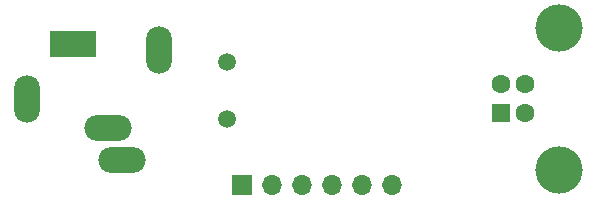
<source format=gbr>
%TF.GenerationSoftware,KiCad,Pcbnew,7.0.5*%
%TF.CreationDate,2024-02-11T15:40:35+01:00*%
%TF.ProjectId,exbike-usb-hw,65786269-6b65-42d7-9573-622d68772e6b,rev?*%
%TF.SameCoordinates,Original*%
%TF.FileFunction,Copper,L2,Bot*%
%TF.FilePolarity,Positive*%
%FSLAX46Y46*%
G04 Gerber Fmt 4.6, Leading zero omitted, Abs format (unit mm)*
G04 Created by KiCad (PCBNEW 7.0.5) date 2024-02-11 15:40:35*
%MOMM*%
%LPD*%
G01*
G04 APERTURE LIST*
%TA.AperFunction,ComponentPad*%
%ADD10R,1.700000X1.700000*%
%TD*%
%TA.AperFunction,ComponentPad*%
%ADD11O,1.700000X1.700000*%
%TD*%
%TA.AperFunction,ComponentPad*%
%ADD12O,4.000000X2.200000*%
%TD*%
%TA.AperFunction,ComponentPad*%
%ADD13O,2.200000X4.000000*%
%TD*%
%TA.AperFunction,ComponentPad*%
%ADD14R,4.000000X2.200000*%
%TD*%
%TA.AperFunction,ComponentPad*%
%ADD15C,1.500000*%
%TD*%
%TA.AperFunction,ComponentPad*%
%ADD16R,1.600000X1.600000*%
%TD*%
%TA.AperFunction,ComponentPad*%
%ADD17C,1.600000*%
%TD*%
%TA.AperFunction,ComponentPad*%
%ADD18C,4.000000*%
%TD*%
G04 APERTURE END LIST*
D10*
%TO.P,J1,1,Pin_1*%
%TO.N,MOSI*%
X20891500Y2794000D03*
D11*
%TO.P,J1,2,Pin_2*%
%TO.N,RST*%
X23431500Y2794000D03*
%TO.P,J1,3,Pin_3*%
%TO.N,+3V3*%
X25971500Y2794000D03*
%TO.P,J1,4,Pin_4*%
%TO.N,MISO*%
X28511500Y2794000D03*
%TO.P,J1,5,Pin_5*%
%TO.N,SCK*%
X31051500Y2794000D03*
%TO.P,J1,6,Pin_6*%
%TO.N,GND*%
X33591500Y2794000D03*
%TD*%
D12*
%TO.P,J3,R*%
%TO.N,SW_IN*%
X10725000Y4920000D03*
%TO.P,J3,RN*%
X9525000Y7620000D03*
D13*
%TO.P,J3,S*%
X2725000Y10120000D03*
D14*
%TO.P,J3,T*%
%TO.N,GND*%
X6625000Y14720000D03*
D13*
%TO.P,J3,TN*%
X13925000Y14220000D03*
%TD*%
D15*
%TO.P,Y1,1,1*%
%TO.N,Net-(U1-XTAL2{slash}PB1)*%
X19621500Y8382000D03*
%TO.P,Y1,2,2*%
%TO.N,Net-(U1-XTAL1{slash}PB0)*%
X19621500Y13262000D03*
%TD*%
D16*
%TO.P,J2,1,VBUS*%
%TO.N,+5V*%
X42869500Y8870000D03*
D17*
%TO.P,J2,2,D-*%
%TO.N,D-*%
X42869500Y11370000D03*
%TO.P,J2,3,D+*%
%TO.N,D+*%
X44869500Y11370000D03*
%TO.P,J2,4,GND*%
%TO.N,GND*%
X44869500Y8870000D03*
D18*
%TO.P,J2,5,Shield*%
X47729500Y16120000D03*
X47729500Y4120000D03*
%TD*%
M02*

</source>
